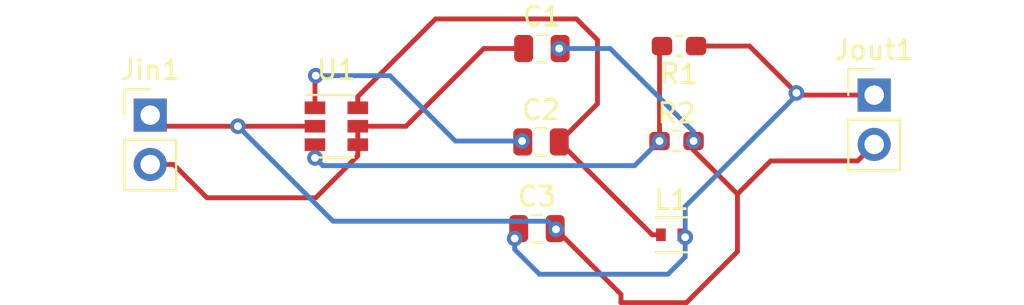
<source format=kicad_pcb>
(kicad_pcb (version 20171130) (host pcbnew "(5.1.5)-3")

  (general
    (thickness 1.6)
    (drawings 0)
    (tracks 81)
    (zones 0)
    (modules 9)
    (nets 7)
  )

  (page A4)
  (layers
    (0 F.Cu signal)
    (31 B.Cu signal)
    (32 B.Adhes user)
    (33 F.Adhes user)
    (34 B.Paste user)
    (35 F.Paste user)
    (36 B.SilkS user)
    (37 F.SilkS user)
    (38 B.Mask user)
    (39 F.Mask user)
    (40 Dwgs.User user)
    (41 Cmts.User user)
    (42 Eco1.User user)
    (43 Eco2.User user)
    (44 Edge.Cuts user)
    (45 Margin user)
    (46 B.CrtYd user)
    (47 F.CrtYd user)
    (48 B.Fab user)
    (49 F.Fab user)
  )

  (setup
    (last_trace_width 0.25)
    (trace_clearance 0.2)
    (zone_clearance 0.508)
    (zone_45_only no)
    (trace_min 0.2)
    (via_size 0.8)
    (via_drill 0.4)
    (via_min_size 0.4)
    (via_min_drill 0.3)
    (uvia_size 0.3)
    (uvia_drill 0.1)
    (uvias_allowed no)
    (uvia_min_size 0.2)
    (uvia_min_drill 0.1)
    (edge_width 0.05)
    (segment_width 0.2)
    (pcb_text_width 0.3)
    (pcb_text_size 1.5 1.5)
    (mod_edge_width 0.12)
    (mod_text_size 1 1)
    (mod_text_width 0.15)
    (pad_size 1.524 1.524)
    (pad_drill 0.762)
    (pad_to_mask_clearance 0.051)
    (solder_mask_min_width 0.25)
    (aux_axis_origin 0 0)
    (visible_elements FFFFFF7F)
    (pcbplotparams
      (layerselection 0x010fc_ffffffff)
      (usegerberextensions false)
      (usegerberattributes false)
      (usegerberadvancedattributes false)
      (creategerberjobfile false)
      (excludeedgelayer true)
      (linewidth 0.100000)
      (plotframeref false)
      (viasonmask false)
      (mode 1)
      (useauxorigin false)
      (hpglpennumber 1)
      (hpglpenspeed 20)
      (hpglpendiameter 15.000000)
      (psnegative false)
      (psa4output false)
      (plotreference true)
      (plotvalue true)
      (plotinvisibletext false)
      (padsonsilk false)
      (subtractmaskfromsilk false)
      (outputformat 1)
      (mirror false)
      (drillshape 1)
      (scaleselection 1)
      (outputdirectory ""))
  )

  (net 0 "")
  (net 1 "Net-(C1-Pad2)")
  (net 2 "Net-(C1-Pad1)")
  (net 3 "Net-(C2-Pad2)")
  (net 4 "Net-(C2-Pad1)")
  (net 5 "Net-(C3-Pad1)")
  (net 6 "Net-(R1-Pad2)")

  (net_class Default "Dit is de standaard class."
    (clearance 0.2)
    (trace_width 0.25)
    (via_dia 0.8)
    (via_drill 0.4)
    (uvia_dia 0.3)
    (uvia_drill 0.1)
    (add_net "Net-(C1-Pad1)")
    (add_net "Net-(C1-Pad2)")
    (add_net "Net-(C2-Pad1)")
    (add_net "Net-(C2-Pad2)")
    (add_net "Net-(C3-Pad1)")
    (add_net "Net-(R1-Pad2)")
  )

  (module Package_TO_SOT_SMD:SOT-23-6 (layer F.Cu) (tedit 5A02FF57) (tstamp 603BD4E6)
    (at 194.0355 36.83)
    (descr "6-pin SOT-23 package")
    (tags SOT-23-6)
    (path /603B7AE9)
    (attr smd)
    (fp_text reference U1 (at 0 -2.9) (layer F.SilkS)
      (effects (font (size 1 1) (thickness 0.15)))
    )
    (fp_text value LMR50410YQDBVRQ1 (at 0 2.9) (layer F.Fab)
      (effects (font (size 1 1) (thickness 0.15)))
    )
    (fp_line (start 0.9 -1.55) (end 0.9 1.55) (layer F.Fab) (width 0.1))
    (fp_line (start 0.9 1.55) (end -0.9 1.55) (layer F.Fab) (width 0.1))
    (fp_line (start -0.9 -0.9) (end -0.9 1.55) (layer F.Fab) (width 0.1))
    (fp_line (start 0.9 -1.55) (end -0.25 -1.55) (layer F.Fab) (width 0.1))
    (fp_line (start -0.9 -0.9) (end -0.25 -1.55) (layer F.Fab) (width 0.1))
    (fp_line (start -1.9 -1.8) (end -1.9 1.8) (layer F.CrtYd) (width 0.05))
    (fp_line (start -1.9 1.8) (end 1.9 1.8) (layer F.CrtYd) (width 0.05))
    (fp_line (start 1.9 1.8) (end 1.9 -1.8) (layer F.CrtYd) (width 0.05))
    (fp_line (start 1.9 -1.8) (end -1.9 -1.8) (layer F.CrtYd) (width 0.05))
    (fp_line (start 0.9 -1.61) (end -1.55 -1.61) (layer F.SilkS) (width 0.12))
    (fp_line (start -0.9 1.61) (end 0.9 1.61) (layer F.SilkS) (width 0.12))
    (fp_text user %R (at 0 0 90) (layer F.Fab)
      (effects (font (size 0.5 0.5) (thickness 0.075)))
    )
    (pad 5 smd rect (at 1.1 0) (size 1.06 0.65) (layers F.Cu F.Paste F.Mask)
      (net 2 "Net-(C1-Pad1)"))
    (pad 6 smd rect (at 1.1 -0.95) (size 1.06 0.65) (layers F.Cu F.Paste F.Mask)
      (net 3 "Net-(C2-Pad2)"))
    (pad 4 smd rect (at 1.1 0.95) (size 1.06 0.65) (layers F.Cu F.Paste F.Mask)
      (net 2 "Net-(C1-Pad1)"))
    (pad 3 smd rect (at -1.1 0.95) (size 1.06 0.65) (layers F.Cu F.Paste F.Mask)
      (net 6 "Net-(R1-Pad2)"))
    (pad 2 smd rect (at -1.1 0) (size 1.06 0.65) (layers F.Cu F.Paste F.Mask)
      (net 1 "Net-(C1-Pad2)"))
    (pad 1 smd rect (at -1.1 -0.95) (size 1.06 0.65) (layers F.Cu F.Paste F.Mask)
      (net 4 "Net-(C2-Pad1)"))
    (model ${KISYS3DMOD}/Package_TO_SOT_SMD.3dshapes/SOT-23-6.wrl
      (at (xyz 0 0 0))
      (scale (xyz 1 1 1))
      (rotate (xyz 0 0 0))
    )
  )

  (module Resistor_SMD:R_0603_1608Metric_Pad1.05x0.95mm_HandSolder (layer F.Cu) (tedit 5B301BBD) (tstamp 603BD4D0)
    (at 211.5185 37.592)
    (descr "Resistor SMD 0603 (1608 Metric), square (rectangular) end terminal, IPC_7351 nominal with elongated pad for handsoldering. (Body size source: http://www.tortai-tech.com/upload/download/2011102023233369053.pdf), generated with kicad-footprint-generator")
    (tags "resistor handsolder")
    (path /603BA0E2)
    (attr smd)
    (fp_text reference R2 (at 0 -1.43) (layer F.SilkS)
      (effects (font (size 1 1) (thickness 0.15)))
    )
    (fp_text value 22.1K (at 0 1.43) (layer F.Fab)
      (effects (font (size 1 1) (thickness 0.15)))
    )
    (fp_text user %R (at 0 0) (layer F.Fab)
      (effects (font (size 0.4 0.4) (thickness 0.06)))
    )
    (fp_line (start 1.65 0.73) (end -1.65 0.73) (layer F.CrtYd) (width 0.05))
    (fp_line (start 1.65 -0.73) (end 1.65 0.73) (layer F.CrtYd) (width 0.05))
    (fp_line (start -1.65 -0.73) (end 1.65 -0.73) (layer F.CrtYd) (width 0.05))
    (fp_line (start -1.65 0.73) (end -1.65 -0.73) (layer F.CrtYd) (width 0.05))
    (fp_line (start -0.171267 0.51) (end 0.171267 0.51) (layer F.SilkS) (width 0.12))
    (fp_line (start -0.171267 -0.51) (end 0.171267 -0.51) (layer F.SilkS) (width 0.12))
    (fp_line (start 0.8 0.4) (end -0.8 0.4) (layer F.Fab) (width 0.1))
    (fp_line (start 0.8 -0.4) (end 0.8 0.4) (layer F.Fab) (width 0.1))
    (fp_line (start -0.8 -0.4) (end 0.8 -0.4) (layer F.Fab) (width 0.1))
    (fp_line (start -0.8 0.4) (end -0.8 -0.4) (layer F.Fab) (width 0.1))
    (pad 2 smd roundrect (at 0.875 0) (size 1.05 0.95) (layers F.Cu F.Paste F.Mask) (roundrect_rratio 0.25)
      (net 1 "Net-(C1-Pad2)"))
    (pad 1 smd roundrect (at -0.875 0) (size 1.05 0.95) (layers F.Cu F.Paste F.Mask) (roundrect_rratio 0.25)
      (net 6 "Net-(R1-Pad2)"))
    (model ${KISYS3DMOD}/Resistor_SMD.3dshapes/R_0603_1608Metric.wrl
      (at (xyz 0 0 0))
      (scale (xyz 1 1 1))
      (rotate (xyz 0 0 0))
    )
  )

  (module Resistor_SMD:R_0603_1608Metric_Pad1.05x0.95mm_HandSolder (layer F.Cu) (tedit 5B301BBD) (tstamp 603BD4BF)
    (at 211.6455 32.7025 180)
    (descr "Resistor SMD 0603 (1608 Metric), square (rectangular) end terminal, IPC_7351 nominal with elongated pad for handsoldering. (Body size source: http://www.tortai-tech.com/upload/download/2011102023233369053.pdf), generated with kicad-footprint-generator")
    (tags "resistor handsolder")
    (path /603B844B)
    (attr smd)
    (fp_text reference R1 (at 0 -1.43) (layer F.SilkS)
      (effects (font (size 1 1) (thickness 0.15)))
    )
    (fp_text value 51K (at 0 1.43) (layer F.Fab)
      (effects (font (size 1 1) (thickness 0.15)))
    )
    (fp_text user %R (at 0 0) (layer F.Fab)
      (effects (font (size 0.4 0.4) (thickness 0.06)))
    )
    (fp_line (start 1.65 0.73) (end -1.65 0.73) (layer F.CrtYd) (width 0.05))
    (fp_line (start 1.65 -0.73) (end 1.65 0.73) (layer F.CrtYd) (width 0.05))
    (fp_line (start -1.65 -0.73) (end 1.65 -0.73) (layer F.CrtYd) (width 0.05))
    (fp_line (start -1.65 0.73) (end -1.65 -0.73) (layer F.CrtYd) (width 0.05))
    (fp_line (start -0.171267 0.51) (end 0.171267 0.51) (layer F.SilkS) (width 0.12))
    (fp_line (start -0.171267 -0.51) (end 0.171267 -0.51) (layer F.SilkS) (width 0.12))
    (fp_line (start 0.8 0.4) (end -0.8 0.4) (layer F.Fab) (width 0.1))
    (fp_line (start 0.8 -0.4) (end 0.8 0.4) (layer F.Fab) (width 0.1))
    (fp_line (start -0.8 -0.4) (end 0.8 -0.4) (layer F.Fab) (width 0.1))
    (fp_line (start -0.8 0.4) (end -0.8 -0.4) (layer F.Fab) (width 0.1))
    (pad 2 smd roundrect (at 0.875 0 180) (size 1.05 0.95) (layers F.Cu F.Paste F.Mask) (roundrect_rratio 0.25)
      (net 6 "Net-(R1-Pad2)"))
    (pad 1 smd roundrect (at -0.875 0 180) (size 1.05 0.95) (layers F.Cu F.Paste F.Mask) (roundrect_rratio 0.25)
      (net 5 "Net-(C3-Pad1)"))
    (model ${KISYS3DMOD}/Resistor_SMD.3dshapes/R_0603_1608Metric.wrl
      (at (xyz 0 0 0))
      (scale (xyz 1 1 1))
      (rotate (xyz 0 0 0))
    )
  )

  (module Inductor_SMD:L_Taiyo-Yuden_MD-1616 (layer F.Cu) (tedit 59912D3F) (tstamp 603BD4AE)
    (at 211.2645 42.418)
    (descr "Inductor, Taiyo Yuden, MD series, Taiyo-Yuden_MD-1616, 1.6mmx1.6mm")
    (tags "inductor taiyo-yuden md smd")
    (path /603B8182)
    (attr smd)
    (fp_text reference L1 (at 0 -1.8) (layer F.SilkS)
      (effects (font (size 1 1) (thickness 0.15)))
    )
    (fp_text value 3.3µH (at 0 2.3) (layer F.Fab)
      (effects (font (size 1 1) (thickness 0.15)))
    )
    (fp_line (start 1.1 -1.1) (end -1.1 -1.1) (layer F.CrtYd) (width 0.05))
    (fp_line (start 1.1 1.1) (end 1.1 -1.1) (layer F.CrtYd) (width 0.05))
    (fp_line (start -1.1 1.1) (end 1.1 1.1) (layer F.CrtYd) (width 0.05))
    (fp_line (start -1.1 -1.1) (end -1.1 1.1) (layer F.CrtYd) (width 0.05))
    (fp_line (start -0.8 0.9) (end 0.8 0.9) (layer F.SilkS) (width 0.12))
    (fp_line (start -0.8 -0.9) (end 0.8 -0.9) (layer F.SilkS) (width 0.12))
    (fp_line (start 0.8 -0.8) (end -0.8 -0.8) (layer F.Fab) (width 0.1))
    (fp_line (start 0.8 0.8) (end 0.8 -0.8) (layer F.Fab) (width 0.1))
    (fp_line (start -0.8 0.8) (end 0.8 0.8) (layer F.Fab) (width 0.1))
    (fp_line (start -0.8 -0.8) (end -0.8 0.8) (layer F.Fab) (width 0.1))
    (fp_text user %R (at 0 0) (layer F.Fab)
      (effects (font (size 0.3 0.3) (thickness 0.05)))
    )
    (pad 2 smd rect (at 0.55 0) (size 0.5 0.65) (layers F.Cu F.Paste F.Mask)
      (net 5 "Net-(C3-Pad1)"))
    (pad 1 smd rect (at -0.55 0) (size 0.5 0.65) (layers F.Cu F.Paste F.Mask)
      (net 3 "Net-(C2-Pad2)"))
    (model ${KISYS3DMOD}/Inductor_SMD.3dshapes/L_Taiyo-Yuden_MD-1616.wrl
      (at (xyz 0 0 0))
      (scale (xyz 1 1 1))
      (rotate (xyz 0 0 0))
    )
  )

  (module Connector_PinHeader_2.54mm:PinHeader_1x02_P2.54mm_Vertical (layer F.Cu) (tedit 59FED5CC) (tstamp 603BD49D)
    (at 221.676501 35.226001)
    (descr "Through hole straight pin header, 1x02, 2.54mm pitch, single row")
    (tags "Through hole pin header THT 1x02 2.54mm single row")
    (path /603B9633)
    (fp_text reference Jout1 (at 0 -2.33) (layer F.SilkS)
      (effects (font (size 1 1) (thickness 0.15)))
    )
    (fp_text value Conn_01x02_Female (at 0 4.87) (layer F.Fab)
      (effects (font (size 1 1) (thickness 0.15)))
    )
    (fp_text user %R (at 0 1.27 90) (layer F.Fab)
      (effects (font (size 1 1) (thickness 0.15)))
    )
    (fp_line (start 1.8 -1.8) (end -1.8 -1.8) (layer F.CrtYd) (width 0.05))
    (fp_line (start 1.8 4.35) (end 1.8 -1.8) (layer F.CrtYd) (width 0.05))
    (fp_line (start -1.8 4.35) (end 1.8 4.35) (layer F.CrtYd) (width 0.05))
    (fp_line (start -1.8 -1.8) (end -1.8 4.35) (layer F.CrtYd) (width 0.05))
    (fp_line (start -1.33 -1.33) (end 0 -1.33) (layer F.SilkS) (width 0.12))
    (fp_line (start -1.33 0) (end -1.33 -1.33) (layer F.SilkS) (width 0.12))
    (fp_line (start -1.33 1.27) (end 1.33 1.27) (layer F.SilkS) (width 0.12))
    (fp_line (start 1.33 1.27) (end 1.33 3.87) (layer F.SilkS) (width 0.12))
    (fp_line (start -1.33 1.27) (end -1.33 3.87) (layer F.SilkS) (width 0.12))
    (fp_line (start -1.33 3.87) (end 1.33 3.87) (layer F.SilkS) (width 0.12))
    (fp_line (start -1.27 -0.635) (end -0.635 -1.27) (layer F.Fab) (width 0.1))
    (fp_line (start -1.27 3.81) (end -1.27 -0.635) (layer F.Fab) (width 0.1))
    (fp_line (start 1.27 3.81) (end -1.27 3.81) (layer F.Fab) (width 0.1))
    (fp_line (start 1.27 -1.27) (end 1.27 3.81) (layer F.Fab) (width 0.1))
    (fp_line (start -0.635 -1.27) (end 1.27 -1.27) (layer F.Fab) (width 0.1))
    (pad 2 thru_hole oval (at 0 2.54) (size 1.7 1.7) (drill 1) (layers *.Cu *.Mask)
      (net 1 "Net-(C1-Pad2)"))
    (pad 1 thru_hole rect (at 0 0) (size 1.7 1.7) (drill 1) (layers *.Cu *.Mask)
      (net 5 "Net-(C3-Pad1)"))
    (model ${KISYS3DMOD}/Connector_PinHeader_2.54mm.3dshapes/PinHeader_1x02_P2.54mm_Vertical.wrl
      (at (xyz 0 0 0))
      (scale (xyz 1 1 1))
      (rotate (xyz 0 0 0))
    )
  )

  (module Connector_PinHeader_2.54mm:PinHeader_1x02_P2.54mm_Vertical (layer F.Cu) (tedit 59FED5CC) (tstamp 603BD487)
    (at 184.4675 36.2585)
    (descr "Through hole straight pin header, 1x02, 2.54mm pitch, single row")
    (tags "Through hole pin header THT 1x02 2.54mm single row")
    (path /603B8715)
    (fp_text reference Jin1 (at 0 -2.33) (layer F.SilkS)
      (effects (font (size 1 1) (thickness 0.15)))
    )
    (fp_text value Conn_01x02_Female (at 0 4.87) (layer F.Fab)
      (effects (font (size 1 1) (thickness 0.15)))
    )
    (fp_text user %R (at 0 1.27 90) (layer F.Fab)
      (effects (font (size 1 1) (thickness 0.15)))
    )
    (fp_line (start 1.8 -1.8) (end -1.8 -1.8) (layer F.CrtYd) (width 0.05))
    (fp_line (start 1.8 4.35) (end 1.8 -1.8) (layer F.CrtYd) (width 0.05))
    (fp_line (start -1.8 4.35) (end 1.8 4.35) (layer F.CrtYd) (width 0.05))
    (fp_line (start -1.8 -1.8) (end -1.8 4.35) (layer F.CrtYd) (width 0.05))
    (fp_line (start -1.33 -1.33) (end 0 -1.33) (layer F.SilkS) (width 0.12))
    (fp_line (start -1.33 0) (end -1.33 -1.33) (layer F.SilkS) (width 0.12))
    (fp_line (start -1.33 1.27) (end 1.33 1.27) (layer F.SilkS) (width 0.12))
    (fp_line (start 1.33 1.27) (end 1.33 3.87) (layer F.SilkS) (width 0.12))
    (fp_line (start -1.33 1.27) (end -1.33 3.87) (layer F.SilkS) (width 0.12))
    (fp_line (start -1.33 3.87) (end 1.33 3.87) (layer F.SilkS) (width 0.12))
    (fp_line (start -1.27 -0.635) (end -0.635 -1.27) (layer F.Fab) (width 0.1))
    (fp_line (start -1.27 3.81) (end -1.27 -0.635) (layer F.Fab) (width 0.1))
    (fp_line (start 1.27 3.81) (end -1.27 3.81) (layer F.Fab) (width 0.1))
    (fp_line (start 1.27 -1.27) (end 1.27 3.81) (layer F.Fab) (width 0.1))
    (fp_line (start -0.635 -1.27) (end 1.27 -1.27) (layer F.Fab) (width 0.1))
    (pad 2 thru_hole oval (at 0 2.54) (size 1.7 1.7) (drill 1) (layers *.Cu *.Mask)
      (net 2 "Net-(C1-Pad1)"))
    (pad 1 thru_hole rect (at 0 0) (size 1.7 1.7) (drill 1) (layers *.Cu *.Mask)
      (net 1 "Net-(C1-Pad2)"))
    (model ${KISYS3DMOD}/Connector_PinHeader_2.54mm.3dshapes/PinHeader_1x02_P2.54mm_Vertical.wrl
      (at (xyz 0 0 0))
      (scale (xyz 1 1 1))
      (rotate (xyz 0 0 0))
    )
  )

  (module Capacitor_SMD:C_0805_2012Metric (layer F.Cu) (tedit 5B36C52B) (tstamp 603BD471)
    (at 204.343 42.1005)
    (descr "Capacitor SMD 0805 (2012 Metric), square (rectangular) end terminal, IPC_7351 nominal, (Body size source: https://docs.google.com/spreadsheets/d/1BsfQQcO9C6DZCsRaXUlFlo91Tg2WpOkGARC1WS5S8t0/edit?usp=sharing), generated with kicad-footprint-generator")
    (tags capacitor)
    (path /603B9FD4)
    (attr smd)
    (fp_text reference C3 (at 0 -1.65) (layer F.SilkS)
      (effects (font (size 1 1) (thickness 0.15)))
    )
    (fp_text value 10µF (at 0 1.65) (layer F.Fab)
      (effects (font (size 1 1) (thickness 0.15)))
    )
    (fp_text user %R (at 0 0) (layer F.Fab)
      (effects (font (size 0.5 0.5) (thickness 0.08)))
    )
    (fp_line (start 1.68 0.95) (end -1.68 0.95) (layer F.CrtYd) (width 0.05))
    (fp_line (start 1.68 -0.95) (end 1.68 0.95) (layer F.CrtYd) (width 0.05))
    (fp_line (start -1.68 -0.95) (end 1.68 -0.95) (layer F.CrtYd) (width 0.05))
    (fp_line (start -1.68 0.95) (end -1.68 -0.95) (layer F.CrtYd) (width 0.05))
    (fp_line (start -0.258578 0.71) (end 0.258578 0.71) (layer F.SilkS) (width 0.12))
    (fp_line (start -0.258578 -0.71) (end 0.258578 -0.71) (layer F.SilkS) (width 0.12))
    (fp_line (start 1 0.6) (end -1 0.6) (layer F.Fab) (width 0.1))
    (fp_line (start 1 -0.6) (end 1 0.6) (layer F.Fab) (width 0.1))
    (fp_line (start -1 -0.6) (end 1 -0.6) (layer F.Fab) (width 0.1))
    (fp_line (start -1 0.6) (end -1 -0.6) (layer F.Fab) (width 0.1))
    (pad 2 smd roundrect (at 0.9375 0) (size 0.975 1.4) (layers F.Cu F.Paste F.Mask) (roundrect_rratio 0.25)
      (net 1 "Net-(C1-Pad2)"))
    (pad 1 smd roundrect (at -0.9375 0) (size 0.975 1.4) (layers F.Cu F.Paste F.Mask) (roundrect_rratio 0.25)
      (net 5 "Net-(C3-Pad1)"))
    (model ${KISYS3DMOD}/Capacitor_SMD.3dshapes/C_0805_2012Metric.wrl
      (at (xyz 0 0 0))
      (scale (xyz 1 1 1))
      (rotate (xyz 0 0 0))
    )
  )

  (module Capacitor_SMD:C_0805_2012Metric (layer F.Cu) (tedit 5B36C52B) (tstamp 603BD460)
    (at 204.552501 37.639001)
    (descr "Capacitor SMD 0805 (2012 Metric), square (rectangular) end terminal, IPC_7351 nominal, (Body size source: https://docs.google.com/spreadsheets/d/1BsfQQcO9C6DZCsRaXUlFlo91Tg2WpOkGARC1WS5S8t0/edit?usp=sharing), generated with kicad-footprint-generator")
    (tags capacitor)
    (path /603B7F9A)
    (attr smd)
    (fp_text reference C2 (at 0 -1.65) (layer F.SilkS)
      (effects (font (size 1 1) (thickness 0.15)))
    )
    (fp_text value 0.1pF (at 0 1.65) (layer F.Fab)
      (effects (font (size 1 1) (thickness 0.15)))
    )
    (fp_text user %R (at 0 0) (layer F.Fab)
      (effects (font (size 0.5 0.5) (thickness 0.08)))
    )
    (fp_line (start 1.68 0.95) (end -1.68 0.95) (layer F.CrtYd) (width 0.05))
    (fp_line (start 1.68 -0.95) (end 1.68 0.95) (layer F.CrtYd) (width 0.05))
    (fp_line (start -1.68 -0.95) (end 1.68 -0.95) (layer F.CrtYd) (width 0.05))
    (fp_line (start -1.68 0.95) (end -1.68 -0.95) (layer F.CrtYd) (width 0.05))
    (fp_line (start -0.258578 0.71) (end 0.258578 0.71) (layer F.SilkS) (width 0.12))
    (fp_line (start -0.258578 -0.71) (end 0.258578 -0.71) (layer F.SilkS) (width 0.12))
    (fp_line (start 1 0.6) (end -1 0.6) (layer F.Fab) (width 0.1))
    (fp_line (start 1 -0.6) (end 1 0.6) (layer F.Fab) (width 0.1))
    (fp_line (start -1 -0.6) (end 1 -0.6) (layer F.Fab) (width 0.1))
    (fp_line (start -1 0.6) (end -1 -0.6) (layer F.Fab) (width 0.1))
    (pad 2 smd roundrect (at 0.9375 0) (size 0.975 1.4) (layers F.Cu F.Paste F.Mask) (roundrect_rratio 0.25)
      (net 3 "Net-(C2-Pad2)"))
    (pad 1 smd roundrect (at -0.9375 0) (size 0.975 1.4) (layers F.Cu F.Paste F.Mask) (roundrect_rratio 0.25)
      (net 4 "Net-(C2-Pad1)"))
    (model ${KISYS3DMOD}/Capacitor_SMD.3dshapes/C_0805_2012Metric.wrl
      (at (xyz 0 0 0))
      (scale (xyz 1 1 1))
      (rotate (xyz 0 0 0))
    )
  )

  (module Capacitor_SMD:C_0805_2012Metric (layer F.Cu) (tedit 5B36C52B) (tstamp 603BD44F)
    (at 204.597 32.8295)
    (descr "Capacitor SMD 0805 (2012 Metric), square (rectangular) end terminal, IPC_7351 nominal, (Body size source: https://docs.google.com/spreadsheets/d/1BsfQQcO9C6DZCsRaXUlFlo91Tg2WpOkGARC1WS5S8t0/edit?usp=sharing), generated with kicad-footprint-generator")
    (tags capacitor)
    (path /603B9BBB)
    (attr smd)
    (fp_text reference C1 (at 0 -1.65) (layer F.SilkS)
      (effects (font (size 1 1) (thickness 0.15)))
    )
    (fp_text value 22µF (at 0 1.65) (layer F.Fab)
      (effects (font (size 1 1) (thickness 0.15)))
    )
    (fp_text user %R (at 0 0) (layer F.Fab)
      (effects (font (size 0.5 0.5) (thickness 0.08)))
    )
    (fp_line (start 1.68 0.95) (end -1.68 0.95) (layer F.CrtYd) (width 0.05))
    (fp_line (start 1.68 -0.95) (end 1.68 0.95) (layer F.CrtYd) (width 0.05))
    (fp_line (start -1.68 -0.95) (end 1.68 -0.95) (layer F.CrtYd) (width 0.05))
    (fp_line (start -1.68 0.95) (end -1.68 -0.95) (layer F.CrtYd) (width 0.05))
    (fp_line (start -0.258578 0.71) (end 0.258578 0.71) (layer F.SilkS) (width 0.12))
    (fp_line (start -0.258578 -0.71) (end 0.258578 -0.71) (layer F.SilkS) (width 0.12))
    (fp_line (start 1 0.6) (end -1 0.6) (layer F.Fab) (width 0.1))
    (fp_line (start 1 -0.6) (end 1 0.6) (layer F.Fab) (width 0.1))
    (fp_line (start -1 -0.6) (end 1 -0.6) (layer F.Fab) (width 0.1))
    (fp_line (start -1 0.6) (end -1 -0.6) (layer F.Fab) (width 0.1))
    (pad 2 smd roundrect (at 0.9375 0) (size 0.975 1.4) (layers F.Cu F.Paste F.Mask) (roundrect_rratio 0.25)
      (net 1 "Net-(C1-Pad2)"))
    (pad 1 smd roundrect (at -0.9375 0) (size 0.975 1.4) (layers F.Cu F.Paste F.Mask) (roundrect_rratio 0.25)
      (net 2 "Net-(C1-Pad1)"))
    (model ${KISYS3DMOD}/Capacitor_SMD.3dshapes/C_0805_2012Metric.wrl
      (at (xyz 0 0 0))
      (scale (xyz 1 1 1))
      (rotate (xyz 0 0 0))
    )
  )

  (via (at 203.581 37.592) (size 0.8) (drill 0.4) (layers F.Cu B.Cu) (net 4))
  (via (at 203.2 42.6085) (size 0.8) (drill 0.4) (layers F.Cu B.Cu) (net 5))
  (segment (start 185.039 36.83) (end 184.4675 36.2585) (width 0.25) (layer F.Cu) (net 1))
  (segment (start 192.9355 36.83) (end 188.976 36.83) (width 0.25) (layer F.Cu) (net 1))
  (segment (start 212.3935 38.067) (end 214.649 40.3225) (width 0.25) (layer F.Cu) (net 1))
  (segment (start 212.3935 37.592) (end 212.3935 37.592) (width 0.25) (layer F.Cu) (net 1))
  (segment (start 214.649 40.3225) (end 214.649 43.288) (width 0.25) (layer F.Cu) (net 1))
  (segment (start 214.649 43.288) (end 212.0265 45.9105) (width 0.25) (layer F.Cu) (net 1))
  (segment (start 212.0265 45.9105) (end 208.661 45.9105) (width 0.25) (layer F.Cu) (net 1))
  (segment (start 208.661 45.481) (end 205.31975 42.13975) (width 0.25) (layer F.Cu) (net 1))
  (segment (start 208.661 45.9105) (end 208.661 45.481) (width 0.25) (layer F.Cu) (net 1))
  (segment (start 216.3555 38.616) (end 214.649 40.3225) (width 0.25) (layer F.Cu) (net 1))
  (segment (start 220.826502 38.616) (end 216.3555 38.616) (width 0.25) (layer F.Cu) (net 1))
  (segment (start 221.676501 37.766001) (end 220.826502 38.616) (width 0.25) (layer F.Cu) (net 1))
  (segment (start 188.976 36.83) (end 185.039 36.83) (width 0.25) (layer F.Cu) (net 1) (tstamp 603BD9E3))
  (via (at 188.976 36.83) (size 0.8) (drill 0.4) (layers F.Cu B.Cu) (net 1))
  (segment (start 188.976 36.83) (end 193.8655 41.7195) (width 0.25) (layer B.Cu) (net 1))
  (segment (start 193.8655 41.7195) (end 204.9145 41.7195) (width 0.25) (layer B.Cu) (net 1))
  (segment (start 204.9145 41.7195) (end 205.2955 42.1005) (width 0.25) (layer B.Cu) (net 1))
  (segment (start 205.31975 42.13975) (end 205.2805 42.1005) (width 0.25) (layer F.Cu) (net 1) (tstamp 603BDA04))
  (via (at 205.31975 42.13975) (size 0.8) (drill 0.4) (layers F.Cu B.Cu) (net 1))
  (segment (start 212.3935 37.592) (end 212.3935 38.067) (width 0.25) (layer F.Cu) (net 1) (tstamp 603BDAA6))
  (via (at 212.3935 37.592) (size 0.8) (drill 0.4) (layers F.Cu B.Cu) (net 1))
  (segment (start 212.3935 37.117) (end 208.106 32.8295) (width 0.25) (layer B.Cu) (net 1))
  (segment (start 212.3935 37.592) (end 212.3935 37.117) (width 0.25) (layer B.Cu) (net 1))
  (segment (start 208.106 32.8295) (end 205.486 32.8295) (width 0.25) (layer B.Cu) (net 1))
  (segment (start 205.486 32.8295) (end 205.486 32.8295) (width 0.25) (layer B.Cu) (net 1) (tstamp 603BDAB2))
  (via (at 205.486 32.8295) (size 0.8) (drill 0.4) (layers F.Cu B.Cu) (net 1))
  (segment (start 185.669581 38.7985) (end 187.384081 40.513) (width 0.25) (layer F.Cu) (net 2))
  (segment (start 184.4675 38.7985) (end 185.669581 38.7985) (width 0.25) (layer F.Cu) (net 2))
  (segment (start 195.1355 38.355) (end 195.1355 37.78) (width 0.25) (layer F.Cu) (net 2))
  (segment (start 192.9775 40.513) (end 195.1355 38.355) (width 0.25) (layer F.Cu) (net 2))
  (segment (start 187.384081 40.513) (end 192.9775 40.513) (width 0.25) (layer F.Cu) (net 2))
  (segment (start 195.1355 36.83) (end 195.1355 37.78) (width 0.25) (layer F.Cu) (net 2))
  (segment (start 195.1355 36.83) (end 197.612 36.83) (width 0.25) (layer F.Cu) (net 2))
  (segment (start 201.6125 32.8295) (end 203.6595 32.8295) (width 0.25) (layer F.Cu) (net 2))
  (segment (start 197.612 36.83) (end 201.6125 32.8295) (width 0.25) (layer F.Cu) (net 2))
  (segment (start 210.269 42.418) (end 210.7145 42.418) (width 0.25) (layer F.Cu) (net 3))
  (segment (start 205.490001 37.639001) (end 210.269 42.418) (width 0.25) (layer F.Cu) (net 3))
  (segment (start 195.1355 35.305) (end 199.135 31.3055) (width 0.25) (layer F.Cu) (net 3))
  (segment (start 195.1355 35.88) (end 195.1355 35.305) (width 0.25) (layer F.Cu) (net 3))
  (segment (start 199.135 31.3055) (end 206.375 31.3055) (width 0.25) (layer F.Cu) (net 3))
  (segment (start 206.375 31.3055) (end 207.4545 32.385) (width 0.25) (layer F.Cu) (net 3))
  (segment (start 207.4545 35.674502) (end 205.490001 37.639001) (width 0.25) (layer F.Cu) (net 3))
  (segment (start 207.4545 32.385) (end 207.4545 35.674502) (width 0.25) (layer F.Cu) (net 3))
  (segment (start 203.581 37.592) (end 200.152 37.592) (width 0.25) (layer B.Cu) (net 4))
  (segment (start 200.152 37.592) (end 196.7865 34.2265) (width 0.25) (layer B.Cu) (net 4))
  (segment (start 196.7865 34.2265) (end 192.9765 34.2265) (width 0.25) (layer B.Cu) (net 4))
  (segment (start 192.9765 34.2265) (end 192.9765 34.2265) (width 0.25) (layer B.Cu) (net 4) (tstamp 603BDA90))
  (via (at 192.9765 34.2265) (size 0.8) (drill 0.4) (layers F.Cu B.Cu) (net 4))
  (segment (start 192.9355 34.2675) (end 192.9765 34.2265) (width 0.25) (layer F.Cu) (net 4))
  (segment (start 192.9355 35.88) (end 192.9355 34.2675) (width 0.25) (layer F.Cu) (net 4))
  (segment (start 221.676501 35.226001) (end 217.788501 35.226001) (width 0.25) (layer F.Cu) (net 5))
  (segment (start 215.265 32.7025) (end 212.5205 32.7025) (width 0.25) (layer F.Cu) (net 5))
  (segment (start 217.788501 35.226001) (end 217.678 35.1155) (width 0.25) (layer F.Cu) (net 5))
  (segment (start 203.4055 42.1005) (end 203.3905 42.1005) (width 0.25) (layer F.Cu) (net 5))
  (segment (start 203.2 42.291) (end 203.2 42.6085) (width 0.25) (layer F.Cu) (net 5))
  (segment (start 203.3905 42.1005) (end 203.2 42.291) (width 0.25) (layer F.Cu) (net 5))
  (segment (start 203.2 43.174185) (end 204.475815 44.45) (width 0.25) (layer B.Cu) (net 5))
  (segment (start 203.2 42.6085) (end 203.2 43.174185) (width 0.25) (layer B.Cu) (net 5))
  (segment (start 204.475815 44.45) (end 211.074 44.45) (width 0.25) (layer B.Cu) (net 5))
  (segment (start 211.074 44.45) (end 211.963 43.561) (width 0.25) (layer B.Cu) (net 5))
  (segment (start 211.963 43.561) (end 211.963 42.545) (width 0.25) (layer B.Cu) (net 5))
  (segment (start 211.963 42.545) (end 211.963 42.545) (width 0.25) (layer B.Cu) (net 5) (tstamp 603BDA25))
  (via (at 211.963 42.545) (size 0.8) (drill 0.4) (layers F.Cu B.Cu) (net 5))
  (segment (start 211.836 42.418) (end 211.963 42.545) (width 0.25) (layer F.Cu) (net 5))
  (segment (start 211.8145 42.418) (end 211.836 42.418) (width 0.25) (layer F.Cu) (net 5))
  (segment (start 211.963 42.545) (end 211.963 40.9575) (width 0.25) (layer B.Cu) (net 5))
  (segment (start 211.963 40.9575) (end 217.7415 35.179) (width 0.25) (layer B.Cu) (net 5))
  (segment (start 217.678 35.1155) (end 215.265 32.7025) (width 0.25) (layer F.Cu) (net 5) (tstamp 603BDA5C))
  (via (at 217.678 35.1155) (size 0.8) (drill 0.4) (layers F.Cu B.Cu) (net 5))
  (segment (start 210.6435 32.8295) (end 210.7705 32.7025) (width 0.25) (layer F.Cu) (net 6))
  (segment (start 210.6435 37.592) (end 210.6435 37.592) (width 0.25) (layer F.Cu) (net 6))
  (segment (start 192.9355 37.78) (end 192.9355 38.4585) (width 0.25) (layer F.Cu) (net 6))
  (segment (start 192.9355 38.4585) (end 192.9355 38.4585) (width 0.25) (layer F.Cu) (net 6) (tstamp 603BDA72))
  (via (at 192.9355 38.4585) (size 0.8) (drill 0.4) (layers F.Cu B.Cu) (net 6))
  (segment (start 193.335499 38.858499) (end 209.363001 38.858499) (width 0.25) (layer B.Cu) (net 6))
  (segment (start 192.9355 38.4585) (end 193.335499 38.858499) (width 0.25) (layer B.Cu) (net 6))
  (segment (start 209.363001 38.858499) (end 210.6295 37.592) (width 0.25) (layer B.Cu) (net 6))
  (segment (start 210.6435 37.592) (end 210.6435 32.8295) (width 0.25) (layer F.Cu) (net 6) (tstamp 603BDA83))
  (via (at 210.6435 37.592) (size 0.8) (drill 0.4) (layers F.Cu B.Cu) (net 6))

)

</source>
